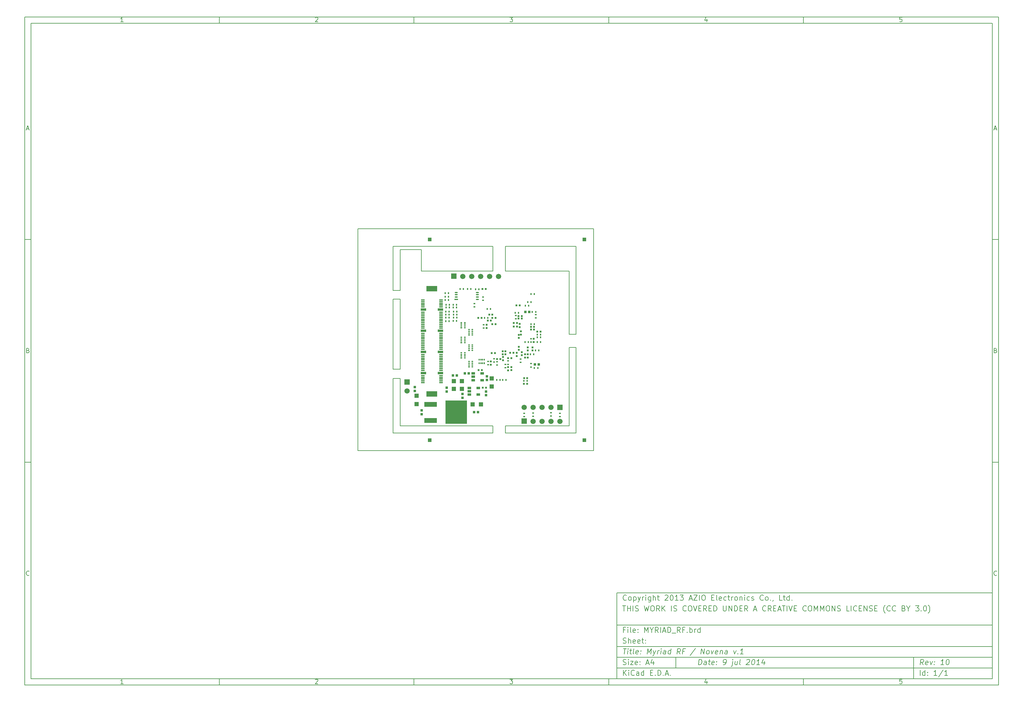
<source format=gbp>
G04 (created by PCBNEW (2013-07-07 BZR 4022)-stable) date 09/07/2014 14:33:10*
%MOIN*%
G04 Gerber Fmt 3.4, Leading zero omitted, Abs format*
%FSLAX34Y34*%
G01*
G70*
G90*
G04 APERTURE LIST*
%ADD10C,0.00590551*%
%ADD11C,0.0077*%
%ADD12R,0.0392X0.0392*%
%ADD13R,0.051X0.0472*%
%ADD14R,0.0472X0.051*%
%ADD15R,0.0175X0.0195*%
%ADD16R,0.0195X0.0175*%
%ADD17R,0.0275X0.0314*%
%ADD18R,0.0314X0.0275*%
%ADD19R,0.0195X0.0195*%
%ADD20R,0.1417X0.055*%
%ADD21R,0.244X0.2598*%
%ADD22R,0.0389X0.0271*%
%ADD23O,0.0235X0.0117*%
%ADD24R,0.0235X0.0117*%
%ADD25O,0.0117X0.0235*%
%ADD26R,0.0117X0.0235*%
%ADD27R,0.0597X0.0597*%
%ADD28C,0.0597*%
%ADD29R,0.0394X0.0138*%
%ADD30O,0.0394X0.0138*%
%ADD31O,0.0394X0.0137*%
%ADD32C,0.0590551*%
%ADD33R,0.0590551X0.0590551*%
%ADD34R,0.0432X0.0117*%
%ADD35R,0.0589X0.0275*%
%ADD36R,0.122X0.0629*%
%ADD37R,0.0433X0.0118*%
G04 APERTURE END LIST*
G54D10*
X4000Y-4000D02*
X112930Y-4000D01*
X112930Y-78680D01*
X4000Y-78680D01*
X4000Y-4000D01*
X4700Y-4700D02*
X112230Y-4700D01*
X112230Y-77980D01*
X4700Y-77980D01*
X4700Y-4700D01*
X25780Y-4000D02*
X25780Y-4700D01*
X15032Y-4552D02*
X14747Y-4552D01*
X14890Y-4552D02*
X14890Y-4052D01*
X14842Y-4123D01*
X14794Y-4171D01*
X14747Y-4195D01*
X25780Y-78680D02*
X25780Y-77980D01*
X15032Y-78532D02*
X14747Y-78532D01*
X14890Y-78532D02*
X14890Y-78032D01*
X14842Y-78103D01*
X14794Y-78151D01*
X14747Y-78175D01*
X47560Y-4000D02*
X47560Y-4700D01*
X36527Y-4100D02*
X36550Y-4076D01*
X36598Y-4052D01*
X36717Y-4052D01*
X36765Y-4076D01*
X36789Y-4100D01*
X36812Y-4147D01*
X36812Y-4195D01*
X36789Y-4266D01*
X36503Y-4552D01*
X36812Y-4552D01*
X47560Y-78680D02*
X47560Y-77980D01*
X36527Y-78080D02*
X36550Y-78056D01*
X36598Y-78032D01*
X36717Y-78032D01*
X36765Y-78056D01*
X36789Y-78080D01*
X36812Y-78127D01*
X36812Y-78175D01*
X36789Y-78246D01*
X36503Y-78532D01*
X36812Y-78532D01*
X69340Y-4000D02*
X69340Y-4700D01*
X58283Y-4052D02*
X58592Y-4052D01*
X58426Y-4242D01*
X58497Y-4242D01*
X58545Y-4266D01*
X58569Y-4290D01*
X58592Y-4338D01*
X58592Y-4457D01*
X58569Y-4504D01*
X58545Y-4528D01*
X58497Y-4552D01*
X58354Y-4552D01*
X58307Y-4528D01*
X58283Y-4504D01*
X69340Y-78680D02*
X69340Y-77980D01*
X58283Y-78032D02*
X58592Y-78032D01*
X58426Y-78222D01*
X58497Y-78222D01*
X58545Y-78246D01*
X58569Y-78270D01*
X58592Y-78318D01*
X58592Y-78437D01*
X58569Y-78484D01*
X58545Y-78508D01*
X58497Y-78532D01*
X58354Y-78532D01*
X58307Y-78508D01*
X58283Y-78484D01*
X91120Y-4000D02*
X91120Y-4700D01*
X80325Y-4219D02*
X80325Y-4552D01*
X80206Y-4028D02*
X80087Y-4385D01*
X80396Y-4385D01*
X91120Y-78680D02*
X91120Y-77980D01*
X80325Y-78199D02*
X80325Y-78532D01*
X80206Y-78008D02*
X80087Y-78365D01*
X80396Y-78365D01*
X102129Y-4052D02*
X101890Y-4052D01*
X101867Y-4290D01*
X101890Y-4266D01*
X101938Y-4242D01*
X102057Y-4242D01*
X102105Y-4266D01*
X102129Y-4290D01*
X102152Y-4338D01*
X102152Y-4457D01*
X102129Y-4504D01*
X102105Y-4528D01*
X102057Y-4552D01*
X101938Y-4552D01*
X101890Y-4528D01*
X101867Y-4504D01*
X102129Y-78032D02*
X101890Y-78032D01*
X101867Y-78270D01*
X101890Y-78246D01*
X101938Y-78222D01*
X102057Y-78222D01*
X102105Y-78246D01*
X102129Y-78270D01*
X102152Y-78318D01*
X102152Y-78437D01*
X102129Y-78484D01*
X102105Y-78508D01*
X102057Y-78532D01*
X101938Y-78532D01*
X101890Y-78508D01*
X101867Y-78484D01*
X4000Y-28890D02*
X4700Y-28890D01*
X4230Y-16509D02*
X4469Y-16509D01*
X4183Y-16652D02*
X4350Y-16152D01*
X4516Y-16652D01*
X112930Y-28890D02*
X112230Y-28890D01*
X112460Y-16509D02*
X112699Y-16509D01*
X112413Y-16652D02*
X112580Y-16152D01*
X112746Y-16652D01*
X4000Y-53780D02*
X4700Y-53780D01*
X4385Y-41280D02*
X4457Y-41304D01*
X4480Y-41328D01*
X4504Y-41375D01*
X4504Y-41447D01*
X4480Y-41494D01*
X4457Y-41518D01*
X4409Y-41542D01*
X4219Y-41542D01*
X4219Y-41042D01*
X4385Y-41042D01*
X4433Y-41066D01*
X4457Y-41090D01*
X4480Y-41137D01*
X4480Y-41185D01*
X4457Y-41232D01*
X4433Y-41256D01*
X4385Y-41280D01*
X4219Y-41280D01*
X112930Y-53780D02*
X112230Y-53780D01*
X112615Y-41280D02*
X112687Y-41304D01*
X112710Y-41328D01*
X112734Y-41375D01*
X112734Y-41447D01*
X112710Y-41494D01*
X112687Y-41518D01*
X112639Y-41542D01*
X112449Y-41542D01*
X112449Y-41042D01*
X112615Y-41042D01*
X112663Y-41066D01*
X112687Y-41090D01*
X112710Y-41137D01*
X112710Y-41185D01*
X112687Y-41232D01*
X112663Y-41256D01*
X112615Y-41280D01*
X112449Y-41280D01*
X4504Y-66384D02*
X4480Y-66408D01*
X4409Y-66432D01*
X4361Y-66432D01*
X4290Y-66408D01*
X4242Y-66360D01*
X4219Y-66313D01*
X4195Y-66218D01*
X4195Y-66146D01*
X4219Y-66051D01*
X4242Y-66003D01*
X4290Y-65956D01*
X4361Y-65932D01*
X4409Y-65932D01*
X4480Y-65956D01*
X4504Y-65980D01*
X112734Y-66384D02*
X112710Y-66408D01*
X112639Y-66432D01*
X112591Y-66432D01*
X112520Y-66408D01*
X112472Y-66360D01*
X112449Y-66313D01*
X112425Y-66218D01*
X112425Y-66146D01*
X112449Y-66051D01*
X112472Y-66003D01*
X112520Y-65956D01*
X112591Y-65932D01*
X112639Y-65932D01*
X112710Y-65956D01*
X112734Y-65980D01*
X79380Y-76422D02*
X79455Y-75822D01*
X79597Y-75822D01*
X79680Y-75851D01*
X79730Y-75908D01*
X79751Y-75965D01*
X79765Y-76080D01*
X79755Y-76165D01*
X79712Y-76280D01*
X79676Y-76337D01*
X79612Y-76394D01*
X79522Y-76422D01*
X79380Y-76422D01*
X80237Y-76422D02*
X80276Y-76108D01*
X80255Y-76051D01*
X80201Y-76022D01*
X80087Y-76022D01*
X80026Y-76051D01*
X80240Y-76394D02*
X80180Y-76422D01*
X80037Y-76422D01*
X79983Y-76394D01*
X79962Y-76337D01*
X79969Y-76280D01*
X80005Y-76222D01*
X80065Y-76194D01*
X80208Y-76194D01*
X80269Y-76165D01*
X80487Y-76022D02*
X80715Y-76022D01*
X80597Y-75822D02*
X80533Y-76337D01*
X80555Y-76394D01*
X80608Y-76422D01*
X80665Y-76422D01*
X81097Y-76394D02*
X81037Y-76422D01*
X80922Y-76422D01*
X80869Y-76394D01*
X80847Y-76337D01*
X80876Y-76108D01*
X80912Y-76051D01*
X80972Y-76022D01*
X81087Y-76022D01*
X81140Y-76051D01*
X81162Y-76108D01*
X81155Y-76165D01*
X80862Y-76222D01*
X81387Y-76365D02*
X81412Y-76394D01*
X81380Y-76422D01*
X81355Y-76394D01*
X81387Y-76365D01*
X81380Y-76422D01*
X81426Y-76051D02*
X81451Y-76080D01*
X81419Y-76108D01*
X81394Y-76080D01*
X81426Y-76051D01*
X81419Y-76108D01*
X82151Y-76422D02*
X82265Y-76422D01*
X82326Y-76394D01*
X82358Y-76365D01*
X82426Y-76280D01*
X82469Y-76165D01*
X82497Y-75937D01*
X82476Y-75880D01*
X82451Y-75851D01*
X82397Y-75822D01*
X82283Y-75822D01*
X82222Y-75851D01*
X82190Y-75880D01*
X82155Y-75937D01*
X82137Y-76080D01*
X82158Y-76137D01*
X82183Y-76165D01*
X82237Y-76194D01*
X82351Y-76194D01*
X82412Y-76165D01*
X82444Y-76137D01*
X82480Y-76080D01*
X83201Y-76022D02*
X83137Y-76537D01*
X83101Y-76594D01*
X83040Y-76622D01*
X83012Y-76622D01*
X83226Y-75822D02*
X83194Y-75851D01*
X83219Y-75880D01*
X83251Y-75851D01*
X83226Y-75822D01*
X83219Y-75880D01*
X83744Y-76022D02*
X83694Y-76422D01*
X83487Y-76022D02*
X83447Y-76337D01*
X83469Y-76394D01*
X83522Y-76422D01*
X83608Y-76422D01*
X83669Y-76394D01*
X83701Y-76365D01*
X84065Y-76422D02*
X84012Y-76394D01*
X83990Y-76337D01*
X84055Y-75822D01*
X84790Y-75880D02*
X84822Y-75851D01*
X84883Y-75822D01*
X85026Y-75822D01*
X85080Y-75851D01*
X85105Y-75880D01*
X85126Y-75937D01*
X85119Y-75994D01*
X85080Y-76080D01*
X84694Y-76422D01*
X85065Y-76422D01*
X85512Y-75822D02*
X85569Y-75822D01*
X85622Y-75851D01*
X85647Y-75880D01*
X85669Y-75937D01*
X85683Y-76051D01*
X85665Y-76194D01*
X85622Y-76308D01*
X85587Y-76365D01*
X85555Y-76394D01*
X85494Y-76422D01*
X85437Y-76422D01*
X85383Y-76394D01*
X85358Y-76365D01*
X85337Y-76308D01*
X85322Y-76194D01*
X85340Y-76051D01*
X85383Y-75937D01*
X85419Y-75880D01*
X85451Y-75851D01*
X85512Y-75822D01*
X86208Y-76422D02*
X85865Y-76422D01*
X86037Y-76422D02*
X86112Y-75822D01*
X86044Y-75908D01*
X85980Y-75965D01*
X85919Y-75994D01*
X86772Y-76022D02*
X86722Y-76422D01*
X86658Y-75794D02*
X86462Y-76222D01*
X86833Y-76222D01*
X70972Y-77622D02*
X70972Y-77022D01*
X71315Y-77622D02*
X71058Y-77280D01*
X71315Y-77022D02*
X70972Y-77365D01*
X71572Y-77622D02*
X71572Y-77222D01*
X71572Y-77022D02*
X71544Y-77051D01*
X71572Y-77080D01*
X71601Y-77051D01*
X71572Y-77022D01*
X71572Y-77080D01*
X72201Y-77565D02*
X72172Y-77594D01*
X72087Y-77622D01*
X72030Y-77622D01*
X71944Y-77594D01*
X71887Y-77537D01*
X71858Y-77480D01*
X71830Y-77365D01*
X71830Y-77280D01*
X71858Y-77165D01*
X71887Y-77108D01*
X71944Y-77051D01*
X72030Y-77022D01*
X72087Y-77022D01*
X72172Y-77051D01*
X72201Y-77080D01*
X72715Y-77622D02*
X72715Y-77308D01*
X72687Y-77251D01*
X72630Y-77222D01*
X72515Y-77222D01*
X72458Y-77251D01*
X72715Y-77594D02*
X72658Y-77622D01*
X72515Y-77622D01*
X72458Y-77594D01*
X72430Y-77537D01*
X72430Y-77480D01*
X72458Y-77422D01*
X72515Y-77394D01*
X72658Y-77394D01*
X72715Y-77365D01*
X73258Y-77622D02*
X73258Y-77022D01*
X73258Y-77594D02*
X73201Y-77622D01*
X73087Y-77622D01*
X73030Y-77594D01*
X73001Y-77565D01*
X72972Y-77508D01*
X72972Y-77337D01*
X73001Y-77280D01*
X73030Y-77251D01*
X73087Y-77222D01*
X73201Y-77222D01*
X73258Y-77251D01*
X74001Y-77308D02*
X74201Y-77308D01*
X74287Y-77622D02*
X74001Y-77622D01*
X74001Y-77022D01*
X74287Y-77022D01*
X74544Y-77565D02*
X74572Y-77594D01*
X74544Y-77622D01*
X74515Y-77594D01*
X74544Y-77565D01*
X74544Y-77622D01*
X74829Y-77622D02*
X74829Y-77022D01*
X74972Y-77022D01*
X75058Y-77051D01*
X75115Y-77108D01*
X75144Y-77165D01*
X75172Y-77280D01*
X75172Y-77365D01*
X75144Y-77480D01*
X75115Y-77537D01*
X75058Y-77594D01*
X74972Y-77622D01*
X74829Y-77622D01*
X75429Y-77565D02*
X75458Y-77594D01*
X75429Y-77622D01*
X75401Y-77594D01*
X75429Y-77565D01*
X75429Y-77622D01*
X75687Y-77451D02*
X75972Y-77451D01*
X75629Y-77622D02*
X75829Y-77022D01*
X76029Y-77622D01*
X76229Y-77565D02*
X76258Y-77594D01*
X76229Y-77622D01*
X76201Y-77594D01*
X76229Y-77565D01*
X76229Y-77622D01*
X104522Y-76422D02*
X104358Y-76137D01*
X104180Y-76422D02*
X104255Y-75822D01*
X104483Y-75822D01*
X104537Y-75851D01*
X104562Y-75880D01*
X104583Y-75937D01*
X104572Y-76022D01*
X104537Y-76080D01*
X104505Y-76108D01*
X104444Y-76137D01*
X104215Y-76137D01*
X105012Y-76394D02*
X104951Y-76422D01*
X104837Y-76422D01*
X104783Y-76394D01*
X104762Y-76337D01*
X104790Y-76108D01*
X104826Y-76051D01*
X104887Y-76022D01*
X105001Y-76022D01*
X105055Y-76051D01*
X105076Y-76108D01*
X105069Y-76165D01*
X104776Y-76222D01*
X105287Y-76022D02*
X105380Y-76422D01*
X105572Y-76022D01*
X105758Y-76365D02*
X105783Y-76394D01*
X105751Y-76422D01*
X105726Y-76394D01*
X105758Y-76365D01*
X105751Y-76422D01*
X105797Y-76051D02*
X105822Y-76080D01*
X105790Y-76108D01*
X105765Y-76080D01*
X105797Y-76051D01*
X105790Y-76108D01*
X106808Y-76422D02*
X106465Y-76422D01*
X106637Y-76422D02*
X106712Y-75822D01*
X106644Y-75908D01*
X106580Y-75965D01*
X106519Y-75994D01*
X107255Y-75822D02*
X107312Y-75822D01*
X107365Y-75851D01*
X107390Y-75880D01*
X107412Y-75937D01*
X107426Y-76051D01*
X107408Y-76194D01*
X107365Y-76308D01*
X107330Y-76365D01*
X107297Y-76394D01*
X107237Y-76422D01*
X107180Y-76422D01*
X107126Y-76394D01*
X107101Y-76365D01*
X107080Y-76308D01*
X107065Y-76194D01*
X107083Y-76051D01*
X107126Y-75937D01*
X107162Y-75880D01*
X107194Y-75851D01*
X107255Y-75822D01*
X70944Y-76394D02*
X71030Y-76422D01*
X71172Y-76422D01*
X71230Y-76394D01*
X71258Y-76365D01*
X71287Y-76308D01*
X71287Y-76251D01*
X71258Y-76194D01*
X71230Y-76165D01*
X71172Y-76137D01*
X71058Y-76108D01*
X71001Y-76080D01*
X70972Y-76051D01*
X70944Y-75994D01*
X70944Y-75937D01*
X70972Y-75880D01*
X71001Y-75851D01*
X71058Y-75822D01*
X71201Y-75822D01*
X71287Y-75851D01*
X71544Y-76422D02*
X71544Y-76022D01*
X71544Y-75822D02*
X71515Y-75851D01*
X71544Y-75880D01*
X71572Y-75851D01*
X71544Y-75822D01*
X71544Y-75880D01*
X71772Y-76022D02*
X72087Y-76022D01*
X71772Y-76422D01*
X72087Y-76422D01*
X72544Y-76394D02*
X72487Y-76422D01*
X72372Y-76422D01*
X72315Y-76394D01*
X72287Y-76337D01*
X72287Y-76108D01*
X72315Y-76051D01*
X72372Y-76022D01*
X72487Y-76022D01*
X72544Y-76051D01*
X72572Y-76108D01*
X72572Y-76165D01*
X72287Y-76222D01*
X72830Y-76365D02*
X72858Y-76394D01*
X72830Y-76422D01*
X72801Y-76394D01*
X72830Y-76365D01*
X72830Y-76422D01*
X72830Y-76051D02*
X72858Y-76080D01*
X72830Y-76108D01*
X72801Y-76080D01*
X72830Y-76051D01*
X72830Y-76108D01*
X73544Y-76251D02*
X73830Y-76251D01*
X73487Y-76422D02*
X73687Y-75822D01*
X73887Y-76422D01*
X74344Y-76022D02*
X74344Y-76422D01*
X74201Y-75794D02*
X74058Y-76222D01*
X74430Y-76222D01*
X104172Y-77622D02*
X104172Y-77022D01*
X104715Y-77622D02*
X104715Y-77022D01*
X104715Y-77594D02*
X104658Y-77622D01*
X104544Y-77622D01*
X104487Y-77594D01*
X104458Y-77565D01*
X104430Y-77508D01*
X104430Y-77337D01*
X104458Y-77280D01*
X104487Y-77251D01*
X104544Y-77222D01*
X104658Y-77222D01*
X104715Y-77251D01*
X105001Y-77565D02*
X105030Y-77594D01*
X105001Y-77622D01*
X104972Y-77594D01*
X105001Y-77565D01*
X105001Y-77622D01*
X105001Y-77251D02*
X105030Y-77280D01*
X105001Y-77308D01*
X104972Y-77280D01*
X105001Y-77251D01*
X105001Y-77308D01*
X106058Y-77622D02*
X105715Y-77622D01*
X105887Y-77622D02*
X105887Y-77022D01*
X105829Y-77108D01*
X105772Y-77165D01*
X105715Y-77194D01*
X106744Y-76994D02*
X106230Y-77765D01*
X107258Y-77622D02*
X106915Y-77622D01*
X107087Y-77622D02*
X107087Y-77022D01*
X107029Y-77108D01*
X106972Y-77165D01*
X106915Y-77194D01*
X70969Y-74622D02*
X71312Y-74622D01*
X71065Y-75222D02*
X71140Y-74622D01*
X71437Y-75222D02*
X71487Y-74822D01*
X71512Y-74622D02*
X71480Y-74651D01*
X71505Y-74680D01*
X71537Y-74651D01*
X71512Y-74622D01*
X71505Y-74680D01*
X71687Y-74822D02*
X71915Y-74822D01*
X71797Y-74622D02*
X71733Y-75137D01*
X71755Y-75194D01*
X71808Y-75222D01*
X71865Y-75222D01*
X72151Y-75222D02*
X72097Y-75194D01*
X72076Y-75137D01*
X72140Y-74622D01*
X72612Y-75194D02*
X72551Y-75222D01*
X72437Y-75222D01*
X72383Y-75194D01*
X72362Y-75137D01*
X72390Y-74908D01*
X72426Y-74851D01*
X72487Y-74822D01*
X72601Y-74822D01*
X72655Y-74851D01*
X72676Y-74908D01*
X72669Y-74965D01*
X72376Y-75022D01*
X72901Y-75165D02*
X72926Y-75194D01*
X72894Y-75222D01*
X72869Y-75194D01*
X72901Y-75165D01*
X72894Y-75222D01*
X72940Y-74851D02*
X72965Y-74880D01*
X72933Y-74908D01*
X72908Y-74880D01*
X72940Y-74851D01*
X72933Y-74908D01*
X73637Y-75222D02*
X73712Y-74622D01*
X73858Y-75051D01*
X74112Y-74622D01*
X74037Y-75222D01*
X74315Y-74822D02*
X74408Y-75222D01*
X74601Y-74822D02*
X74408Y-75222D01*
X74333Y-75365D01*
X74301Y-75394D01*
X74240Y-75422D01*
X74780Y-75222D02*
X74830Y-74822D01*
X74815Y-74937D02*
X74851Y-74880D01*
X74883Y-74851D01*
X74944Y-74822D01*
X75001Y-74822D01*
X75151Y-75222D02*
X75201Y-74822D01*
X75226Y-74622D02*
X75194Y-74651D01*
X75219Y-74680D01*
X75251Y-74651D01*
X75226Y-74622D01*
X75219Y-74680D01*
X75694Y-75222D02*
X75733Y-74908D01*
X75712Y-74851D01*
X75658Y-74822D01*
X75544Y-74822D01*
X75483Y-74851D01*
X75697Y-75194D02*
X75637Y-75222D01*
X75494Y-75222D01*
X75440Y-75194D01*
X75419Y-75137D01*
X75426Y-75080D01*
X75462Y-75022D01*
X75522Y-74994D01*
X75665Y-74994D01*
X75726Y-74965D01*
X76237Y-75222D02*
X76312Y-74622D01*
X76240Y-75194D02*
X76180Y-75222D01*
X76065Y-75222D01*
X76012Y-75194D01*
X75987Y-75165D01*
X75965Y-75108D01*
X75987Y-74937D01*
X76022Y-74880D01*
X76055Y-74851D01*
X76115Y-74822D01*
X76230Y-74822D01*
X76283Y-74851D01*
X77322Y-75222D02*
X77158Y-74937D01*
X76980Y-75222D02*
X77055Y-74622D01*
X77283Y-74622D01*
X77337Y-74651D01*
X77362Y-74680D01*
X77383Y-74737D01*
X77372Y-74822D01*
X77337Y-74880D01*
X77305Y-74908D01*
X77244Y-74937D01*
X77015Y-74937D01*
X77819Y-74908D02*
X77619Y-74908D01*
X77580Y-75222D02*
X77655Y-74622D01*
X77940Y-74622D01*
X79058Y-74594D02*
X78447Y-75365D01*
X79637Y-75222D02*
X79712Y-74622D01*
X79980Y-75222D01*
X80055Y-74622D01*
X80351Y-75222D02*
X80297Y-75194D01*
X80272Y-75165D01*
X80251Y-75108D01*
X80272Y-74937D01*
X80308Y-74880D01*
X80340Y-74851D01*
X80401Y-74822D01*
X80487Y-74822D01*
X80540Y-74851D01*
X80565Y-74880D01*
X80587Y-74937D01*
X80565Y-75108D01*
X80530Y-75165D01*
X80497Y-75194D01*
X80437Y-75222D01*
X80351Y-75222D01*
X80801Y-74822D02*
X80894Y-75222D01*
X81087Y-74822D01*
X81497Y-75194D02*
X81437Y-75222D01*
X81322Y-75222D01*
X81269Y-75194D01*
X81247Y-75137D01*
X81276Y-74908D01*
X81312Y-74851D01*
X81372Y-74822D01*
X81487Y-74822D01*
X81540Y-74851D01*
X81562Y-74908D01*
X81555Y-74965D01*
X81262Y-75022D01*
X81830Y-74822D02*
X81780Y-75222D01*
X81822Y-74880D02*
X81855Y-74851D01*
X81915Y-74822D01*
X82001Y-74822D01*
X82055Y-74851D01*
X82076Y-74908D01*
X82037Y-75222D01*
X82580Y-75222D02*
X82619Y-74908D01*
X82597Y-74851D01*
X82544Y-74822D01*
X82430Y-74822D01*
X82369Y-74851D01*
X82583Y-75194D02*
X82522Y-75222D01*
X82380Y-75222D01*
X82326Y-75194D01*
X82305Y-75137D01*
X82312Y-75080D01*
X82347Y-75022D01*
X82408Y-74994D01*
X82551Y-74994D01*
X82612Y-74965D01*
X83315Y-74822D02*
X83408Y-75222D01*
X83601Y-74822D01*
X83787Y-75165D02*
X83812Y-75194D01*
X83780Y-75222D01*
X83755Y-75194D01*
X83787Y-75165D01*
X83780Y-75222D01*
X84380Y-75222D02*
X84037Y-75222D01*
X84208Y-75222D02*
X84283Y-74622D01*
X84215Y-74708D01*
X84151Y-74765D01*
X84090Y-74794D01*
X71172Y-72508D02*
X70972Y-72508D01*
X70972Y-72822D02*
X70972Y-72222D01*
X71258Y-72222D01*
X71487Y-72822D02*
X71487Y-72422D01*
X71487Y-72222D02*
X71458Y-72251D01*
X71487Y-72280D01*
X71515Y-72251D01*
X71487Y-72222D01*
X71487Y-72280D01*
X71858Y-72822D02*
X71801Y-72794D01*
X71772Y-72737D01*
X71772Y-72222D01*
X72315Y-72794D02*
X72258Y-72822D01*
X72144Y-72822D01*
X72087Y-72794D01*
X72058Y-72737D01*
X72058Y-72508D01*
X72087Y-72451D01*
X72144Y-72422D01*
X72258Y-72422D01*
X72315Y-72451D01*
X72344Y-72508D01*
X72344Y-72565D01*
X72058Y-72622D01*
X72601Y-72765D02*
X72630Y-72794D01*
X72601Y-72822D01*
X72572Y-72794D01*
X72601Y-72765D01*
X72601Y-72822D01*
X72601Y-72451D02*
X72630Y-72480D01*
X72601Y-72508D01*
X72572Y-72480D01*
X72601Y-72451D01*
X72601Y-72508D01*
X73344Y-72822D02*
X73344Y-72222D01*
X73544Y-72651D01*
X73744Y-72222D01*
X73744Y-72822D01*
X74144Y-72537D02*
X74144Y-72822D01*
X73944Y-72222D02*
X74144Y-72537D01*
X74344Y-72222D01*
X74887Y-72822D02*
X74687Y-72537D01*
X74544Y-72822D02*
X74544Y-72222D01*
X74772Y-72222D01*
X74830Y-72251D01*
X74858Y-72280D01*
X74887Y-72337D01*
X74887Y-72422D01*
X74858Y-72480D01*
X74830Y-72508D01*
X74772Y-72537D01*
X74544Y-72537D01*
X75144Y-72822D02*
X75144Y-72222D01*
X75401Y-72651D02*
X75687Y-72651D01*
X75344Y-72822D02*
X75544Y-72222D01*
X75744Y-72822D01*
X75944Y-72822D02*
X75944Y-72222D01*
X76087Y-72222D01*
X76172Y-72251D01*
X76230Y-72308D01*
X76258Y-72365D01*
X76287Y-72480D01*
X76287Y-72565D01*
X76258Y-72680D01*
X76230Y-72737D01*
X76172Y-72794D01*
X76087Y-72822D01*
X75944Y-72822D01*
X76401Y-72880D02*
X76858Y-72880D01*
X77344Y-72822D02*
X77144Y-72537D01*
X77001Y-72822D02*
X77001Y-72222D01*
X77230Y-72222D01*
X77287Y-72251D01*
X77315Y-72280D01*
X77344Y-72337D01*
X77344Y-72422D01*
X77315Y-72480D01*
X77287Y-72508D01*
X77230Y-72537D01*
X77001Y-72537D01*
X77801Y-72508D02*
X77601Y-72508D01*
X77601Y-72822D02*
X77601Y-72222D01*
X77887Y-72222D01*
X78115Y-72765D02*
X78144Y-72794D01*
X78115Y-72822D01*
X78087Y-72794D01*
X78115Y-72765D01*
X78115Y-72822D01*
X78401Y-72822D02*
X78401Y-72222D01*
X78401Y-72451D02*
X78458Y-72422D01*
X78572Y-72422D01*
X78630Y-72451D01*
X78658Y-72480D01*
X78687Y-72537D01*
X78687Y-72708D01*
X78658Y-72765D01*
X78630Y-72794D01*
X78572Y-72822D01*
X78458Y-72822D01*
X78401Y-72794D01*
X78944Y-72822D02*
X78944Y-72422D01*
X78944Y-72537D02*
X78972Y-72480D01*
X79001Y-72451D01*
X79058Y-72422D01*
X79115Y-72422D01*
X79572Y-72822D02*
X79572Y-72222D01*
X79572Y-72794D02*
X79515Y-72822D01*
X79401Y-72822D01*
X79344Y-72794D01*
X79315Y-72765D01*
X79287Y-72708D01*
X79287Y-72537D01*
X79315Y-72480D01*
X79344Y-72451D01*
X79401Y-72422D01*
X79515Y-72422D01*
X79572Y-72451D01*
X70944Y-73994D02*
X71030Y-74022D01*
X71172Y-74022D01*
X71230Y-73994D01*
X71258Y-73965D01*
X71287Y-73908D01*
X71287Y-73851D01*
X71258Y-73794D01*
X71230Y-73765D01*
X71172Y-73737D01*
X71058Y-73708D01*
X71001Y-73680D01*
X70972Y-73651D01*
X70944Y-73594D01*
X70944Y-73537D01*
X70972Y-73480D01*
X71001Y-73451D01*
X71058Y-73422D01*
X71201Y-73422D01*
X71287Y-73451D01*
X71544Y-74022D02*
X71544Y-73422D01*
X71801Y-74022D02*
X71801Y-73708D01*
X71772Y-73651D01*
X71715Y-73622D01*
X71630Y-73622D01*
X71572Y-73651D01*
X71544Y-73680D01*
X72315Y-73994D02*
X72258Y-74022D01*
X72144Y-74022D01*
X72087Y-73994D01*
X72058Y-73937D01*
X72058Y-73708D01*
X72087Y-73651D01*
X72144Y-73622D01*
X72258Y-73622D01*
X72315Y-73651D01*
X72344Y-73708D01*
X72344Y-73765D01*
X72058Y-73822D01*
X72830Y-73994D02*
X72772Y-74022D01*
X72658Y-74022D01*
X72601Y-73994D01*
X72572Y-73937D01*
X72572Y-73708D01*
X72601Y-73651D01*
X72658Y-73622D01*
X72772Y-73622D01*
X72830Y-73651D01*
X72858Y-73708D01*
X72858Y-73765D01*
X72572Y-73822D01*
X73030Y-73622D02*
X73258Y-73622D01*
X73115Y-73422D02*
X73115Y-73937D01*
X73144Y-73994D01*
X73201Y-74022D01*
X73258Y-74022D01*
X73458Y-73965D02*
X73487Y-73994D01*
X73458Y-74022D01*
X73430Y-73994D01*
X73458Y-73965D01*
X73458Y-74022D01*
X73458Y-73651D02*
X73487Y-73680D01*
X73458Y-73708D01*
X73430Y-73680D01*
X73458Y-73651D01*
X73458Y-73708D01*
X70887Y-69822D02*
X71230Y-69822D01*
X71058Y-70422D02*
X71058Y-69822D01*
X71430Y-70422D02*
X71430Y-69822D01*
X71430Y-70108D02*
X71772Y-70108D01*
X71772Y-70422D02*
X71772Y-69822D01*
X72058Y-70422D02*
X72058Y-69822D01*
X72315Y-70394D02*
X72401Y-70422D01*
X72544Y-70422D01*
X72601Y-70394D01*
X72629Y-70365D01*
X72658Y-70308D01*
X72658Y-70251D01*
X72629Y-70194D01*
X72601Y-70165D01*
X72544Y-70137D01*
X72429Y-70108D01*
X72372Y-70080D01*
X72344Y-70051D01*
X72315Y-69994D01*
X72315Y-69937D01*
X72344Y-69880D01*
X72372Y-69851D01*
X72429Y-69822D01*
X72572Y-69822D01*
X72658Y-69851D01*
X73315Y-69822D02*
X73458Y-70422D01*
X73572Y-69994D01*
X73687Y-70422D01*
X73830Y-69822D01*
X74172Y-69822D02*
X74287Y-69822D01*
X74344Y-69851D01*
X74401Y-69908D01*
X74430Y-70022D01*
X74430Y-70222D01*
X74401Y-70337D01*
X74344Y-70394D01*
X74287Y-70422D01*
X74172Y-70422D01*
X74115Y-70394D01*
X74058Y-70337D01*
X74030Y-70222D01*
X74030Y-70022D01*
X74058Y-69908D01*
X74115Y-69851D01*
X74172Y-69822D01*
X75029Y-70422D02*
X74829Y-70137D01*
X74687Y-70422D02*
X74687Y-69822D01*
X74915Y-69822D01*
X74972Y-69851D01*
X75001Y-69880D01*
X75029Y-69937D01*
X75029Y-70022D01*
X75001Y-70080D01*
X74972Y-70108D01*
X74915Y-70137D01*
X74687Y-70137D01*
X75287Y-70422D02*
X75287Y-69822D01*
X75629Y-70422D02*
X75372Y-70080D01*
X75629Y-69822D02*
X75287Y-70165D01*
X76344Y-70422D02*
X76344Y-69822D01*
X76601Y-70394D02*
X76687Y-70422D01*
X76829Y-70422D01*
X76887Y-70394D01*
X76915Y-70365D01*
X76944Y-70308D01*
X76944Y-70251D01*
X76915Y-70194D01*
X76887Y-70165D01*
X76829Y-70137D01*
X76715Y-70108D01*
X76658Y-70080D01*
X76629Y-70051D01*
X76601Y-69994D01*
X76601Y-69937D01*
X76629Y-69880D01*
X76658Y-69851D01*
X76715Y-69822D01*
X76858Y-69822D01*
X76944Y-69851D01*
X78001Y-70365D02*
X77972Y-70394D01*
X77887Y-70422D01*
X77830Y-70422D01*
X77744Y-70394D01*
X77687Y-70337D01*
X77658Y-70280D01*
X77630Y-70165D01*
X77630Y-70080D01*
X77658Y-69965D01*
X77687Y-69908D01*
X77744Y-69851D01*
X77830Y-69822D01*
X77887Y-69822D01*
X77972Y-69851D01*
X78001Y-69880D01*
X78372Y-69822D02*
X78487Y-69822D01*
X78544Y-69851D01*
X78601Y-69908D01*
X78630Y-70022D01*
X78630Y-70222D01*
X78601Y-70337D01*
X78544Y-70394D01*
X78487Y-70422D01*
X78372Y-70422D01*
X78315Y-70394D01*
X78258Y-70337D01*
X78230Y-70222D01*
X78230Y-70022D01*
X78258Y-69908D01*
X78315Y-69851D01*
X78372Y-69822D01*
X78801Y-69822D02*
X79001Y-70422D01*
X79201Y-69822D01*
X79401Y-70108D02*
X79601Y-70108D01*
X79687Y-70422D02*
X79401Y-70422D01*
X79401Y-69822D01*
X79687Y-69822D01*
X80287Y-70422D02*
X80087Y-70137D01*
X79944Y-70422D02*
X79944Y-69822D01*
X80172Y-69822D01*
X80229Y-69851D01*
X80258Y-69880D01*
X80287Y-69937D01*
X80287Y-70022D01*
X80258Y-70080D01*
X80229Y-70108D01*
X80172Y-70137D01*
X79944Y-70137D01*
X80544Y-70108D02*
X80744Y-70108D01*
X80829Y-70422D02*
X80544Y-70422D01*
X80544Y-69822D01*
X80829Y-69822D01*
X81087Y-70422D02*
X81087Y-69822D01*
X81229Y-69822D01*
X81315Y-69851D01*
X81372Y-69908D01*
X81401Y-69965D01*
X81429Y-70080D01*
X81429Y-70165D01*
X81401Y-70280D01*
X81372Y-70337D01*
X81315Y-70394D01*
X81229Y-70422D01*
X81087Y-70422D01*
X82144Y-69822D02*
X82144Y-70308D01*
X82172Y-70365D01*
X82201Y-70394D01*
X82258Y-70422D01*
X82372Y-70422D01*
X82429Y-70394D01*
X82458Y-70365D01*
X82487Y-70308D01*
X82487Y-69822D01*
X82772Y-70422D02*
X82772Y-69822D01*
X83115Y-70422D01*
X83115Y-69822D01*
X83401Y-70422D02*
X83401Y-69822D01*
X83544Y-69822D01*
X83629Y-69851D01*
X83687Y-69908D01*
X83715Y-69965D01*
X83744Y-70080D01*
X83744Y-70165D01*
X83715Y-70280D01*
X83687Y-70337D01*
X83629Y-70394D01*
X83544Y-70422D01*
X83401Y-70422D01*
X84001Y-70108D02*
X84201Y-70108D01*
X84287Y-70422D02*
X84001Y-70422D01*
X84001Y-69822D01*
X84287Y-69822D01*
X84887Y-70422D02*
X84687Y-70137D01*
X84544Y-70422D02*
X84544Y-69822D01*
X84772Y-69822D01*
X84829Y-69851D01*
X84858Y-69880D01*
X84887Y-69937D01*
X84887Y-70022D01*
X84858Y-70080D01*
X84829Y-70108D01*
X84772Y-70137D01*
X84544Y-70137D01*
X85572Y-70251D02*
X85858Y-70251D01*
X85515Y-70422D02*
X85715Y-69822D01*
X85915Y-70422D01*
X86915Y-70365D02*
X86887Y-70394D01*
X86801Y-70422D01*
X86744Y-70422D01*
X86658Y-70394D01*
X86601Y-70337D01*
X86572Y-70280D01*
X86544Y-70165D01*
X86544Y-70080D01*
X86572Y-69965D01*
X86601Y-69908D01*
X86658Y-69851D01*
X86744Y-69822D01*
X86801Y-69822D01*
X86887Y-69851D01*
X86915Y-69880D01*
X87515Y-70422D02*
X87315Y-70137D01*
X87172Y-70422D02*
X87172Y-69822D01*
X87401Y-69822D01*
X87458Y-69851D01*
X87487Y-69880D01*
X87515Y-69937D01*
X87515Y-70022D01*
X87487Y-70080D01*
X87458Y-70108D01*
X87401Y-70137D01*
X87172Y-70137D01*
X87772Y-70108D02*
X87972Y-70108D01*
X88058Y-70422D02*
X87772Y-70422D01*
X87772Y-69822D01*
X88058Y-69822D01*
X88287Y-70251D02*
X88572Y-70251D01*
X88229Y-70422D02*
X88429Y-69822D01*
X88629Y-70422D01*
X88744Y-69822D02*
X89087Y-69822D01*
X88915Y-70422D02*
X88915Y-69822D01*
X89287Y-70422D02*
X89287Y-69822D01*
X89487Y-69822D02*
X89687Y-70422D01*
X89887Y-69822D01*
X90087Y-70108D02*
X90287Y-70108D01*
X90372Y-70422D02*
X90087Y-70422D01*
X90087Y-69822D01*
X90372Y-69822D01*
X91429Y-70365D02*
X91401Y-70394D01*
X91315Y-70422D01*
X91258Y-70422D01*
X91172Y-70394D01*
X91115Y-70337D01*
X91087Y-70280D01*
X91058Y-70165D01*
X91058Y-70080D01*
X91087Y-69965D01*
X91115Y-69908D01*
X91172Y-69851D01*
X91258Y-69822D01*
X91315Y-69822D01*
X91401Y-69851D01*
X91429Y-69880D01*
X91801Y-69822D02*
X91915Y-69822D01*
X91972Y-69851D01*
X92029Y-69908D01*
X92058Y-70022D01*
X92058Y-70222D01*
X92029Y-70337D01*
X91972Y-70394D01*
X91915Y-70422D01*
X91801Y-70422D01*
X91744Y-70394D01*
X91687Y-70337D01*
X91658Y-70222D01*
X91658Y-70022D01*
X91687Y-69908D01*
X91744Y-69851D01*
X91801Y-69822D01*
X92315Y-70422D02*
X92315Y-69822D01*
X92515Y-70251D01*
X92715Y-69822D01*
X92715Y-70422D01*
X93001Y-70422D02*
X93001Y-69822D01*
X93201Y-70251D01*
X93401Y-69822D01*
X93401Y-70422D01*
X93801Y-69822D02*
X93915Y-69822D01*
X93972Y-69851D01*
X94029Y-69908D01*
X94058Y-70022D01*
X94058Y-70222D01*
X94029Y-70337D01*
X93972Y-70394D01*
X93915Y-70422D01*
X93801Y-70422D01*
X93744Y-70394D01*
X93687Y-70337D01*
X93658Y-70222D01*
X93658Y-70022D01*
X93687Y-69908D01*
X93744Y-69851D01*
X93801Y-69822D01*
X94315Y-70422D02*
X94315Y-69822D01*
X94658Y-70422D01*
X94658Y-69822D01*
X94915Y-70394D02*
X95001Y-70422D01*
X95144Y-70422D01*
X95201Y-70394D01*
X95229Y-70365D01*
X95258Y-70308D01*
X95258Y-70251D01*
X95229Y-70194D01*
X95201Y-70165D01*
X95144Y-70137D01*
X95029Y-70108D01*
X94972Y-70080D01*
X94944Y-70051D01*
X94915Y-69994D01*
X94915Y-69937D01*
X94944Y-69880D01*
X94972Y-69851D01*
X95029Y-69822D01*
X95172Y-69822D01*
X95258Y-69851D01*
X96258Y-70422D02*
X95972Y-70422D01*
X95972Y-69822D01*
X96458Y-70422D02*
X96458Y-69822D01*
X97087Y-70365D02*
X97058Y-70394D01*
X96972Y-70422D01*
X96915Y-70422D01*
X96829Y-70394D01*
X96772Y-70337D01*
X96744Y-70280D01*
X96715Y-70165D01*
X96715Y-70080D01*
X96744Y-69965D01*
X96772Y-69908D01*
X96829Y-69851D01*
X96915Y-69822D01*
X96972Y-69822D01*
X97058Y-69851D01*
X97087Y-69880D01*
X97344Y-70108D02*
X97544Y-70108D01*
X97629Y-70422D02*
X97344Y-70422D01*
X97344Y-69822D01*
X97629Y-69822D01*
X97887Y-70422D02*
X97887Y-69822D01*
X98229Y-70422D01*
X98229Y-69822D01*
X98487Y-70394D02*
X98572Y-70422D01*
X98715Y-70422D01*
X98772Y-70394D01*
X98801Y-70365D01*
X98829Y-70308D01*
X98829Y-70251D01*
X98801Y-70194D01*
X98772Y-70165D01*
X98715Y-70137D01*
X98601Y-70108D01*
X98544Y-70080D01*
X98515Y-70051D01*
X98487Y-69994D01*
X98487Y-69937D01*
X98515Y-69880D01*
X98544Y-69851D01*
X98601Y-69822D01*
X98744Y-69822D01*
X98829Y-69851D01*
X99087Y-70108D02*
X99287Y-70108D01*
X99372Y-70422D02*
X99087Y-70422D01*
X99087Y-69822D01*
X99372Y-69822D01*
X100258Y-70651D02*
X100229Y-70622D01*
X100172Y-70537D01*
X100144Y-70480D01*
X100115Y-70394D01*
X100087Y-70251D01*
X100087Y-70137D01*
X100115Y-69994D01*
X100144Y-69908D01*
X100172Y-69851D01*
X100229Y-69765D01*
X100258Y-69737D01*
X100829Y-70365D02*
X100801Y-70394D01*
X100715Y-70422D01*
X100658Y-70422D01*
X100572Y-70394D01*
X100515Y-70337D01*
X100487Y-70280D01*
X100458Y-70165D01*
X100458Y-70080D01*
X100487Y-69965D01*
X100515Y-69908D01*
X100572Y-69851D01*
X100658Y-69822D01*
X100715Y-69822D01*
X100801Y-69851D01*
X100829Y-69880D01*
X101429Y-70365D02*
X101401Y-70394D01*
X101315Y-70422D01*
X101258Y-70422D01*
X101172Y-70394D01*
X101115Y-70337D01*
X101087Y-70280D01*
X101058Y-70165D01*
X101058Y-70080D01*
X101087Y-69965D01*
X101115Y-69908D01*
X101172Y-69851D01*
X101258Y-69822D01*
X101315Y-69822D01*
X101401Y-69851D01*
X101429Y-69880D01*
X102344Y-70108D02*
X102429Y-70137D01*
X102458Y-70165D01*
X102487Y-70222D01*
X102487Y-70308D01*
X102458Y-70365D01*
X102429Y-70394D01*
X102372Y-70422D01*
X102144Y-70422D01*
X102144Y-69822D01*
X102344Y-69822D01*
X102401Y-69851D01*
X102429Y-69880D01*
X102458Y-69937D01*
X102458Y-69994D01*
X102429Y-70051D01*
X102401Y-70080D01*
X102344Y-70108D01*
X102144Y-70108D01*
X102858Y-70137D02*
X102858Y-70422D01*
X102658Y-69822D02*
X102858Y-70137D01*
X103058Y-69822D01*
X103658Y-69822D02*
X104029Y-69822D01*
X103829Y-70051D01*
X103915Y-70051D01*
X103972Y-70080D01*
X104001Y-70108D01*
X104029Y-70165D01*
X104029Y-70308D01*
X104001Y-70365D01*
X103972Y-70394D01*
X103915Y-70422D01*
X103744Y-70422D01*
X103687Y-70394D01*
X103658Y-70365D01*
X104287Y-70365D02*
X104315Y-70394D01*
X104287Y-70422D01*
X104258Y-70394D01*
X104287Y-70365D01*
X104287Y-70422D01*
X104687Y-69822D02*
X104744Y-69822D01*
X104801Y-69851D01*
X104829Y-69880D01*
X104858Y-69937D01*
X104887Y-70051D01*
X104887Y-70194D01*
X104858Y-70308D01*
X104829Y-70365D01*
X104801Y-70394D01*
X104744Y-70422D01*
X104687Y-70422D01*
X104629Y-70394D01*
X104601Y-70365D01*
X104572Y-70308D01*
X104544Y-70194D01*
X104544Y-70051D01*
X104572Y-69937D01*
X104601Y-69880D01*
X104629Y-69851D01*
X104687Y-69822D01*
X105087Y-70651D02*
X105115Y-70622D01*
X105172Y-70537D01*
X105201Y-70480D01*
X105229Y-70394D01*
X105258Y-70251D01*
X105258Y-70137D01*
X105229Y-69994D01*
X105201Y-69908D01*
X105172Y-69851D01*
X105115Y-69765D01*
X105087Y-69737D01*
X71315Y-69165D02*
X71287Y-69194D01*
X71201Y-69222D01*
X71144Y-69222D01*
X71058Y-69194D01*
X71001Y-69137D01*
X70972Y-69080D01*
X70944Y-68965D01*
X70944Y-68880D01*
X70972Y-68765D01*
X71001Y-68708D01*
X71058Y-68651D01*
X71144Y-68622D01*
X71201Y-68622D01*
X71287Y-68651D01*
X71315Y-68680D01*
X71658Y-69222D02*
X71601Y-69194D01*
X71572Y-69165D01*
X71544Y-69108D01*
X71544Y-68937D01*
X71572Y-68880D01*
X71601Y-68851D01*
X71658Y-68822D01*
X71744Y-68822D01*
X71801Y-68851D01*
X71830Y-68880D01*
X71858Y-68937D01*
X71858Y-69108D01*
X71830Y-69165D01*
X71801Y-69194D01*
X71744Y-69222D01*
X71658Y-69222D01*
X72115Y-68822D02*
X72115Y-69422D01*
X72115Y-68851D02*
X72172Y-68822D01*
X72287Y-68822D01*
X72344Y-68851D01*
X72372Y-68880D01*
X72401Y-68937D01*
X72401Y-69108D01*
X72372Y-69165D01*
X72344Y-69194D01*
X72287Y-69222D01*
X72172Y-69222D01*
X72115Y-69194D01*
X72601Y-68822D02*
X72744Y-69222D01*
X72887Y-68822D02*
X72744Y-69222D01*
X72687Y-69365D01*
X72658Y-69394D01*
X72601Y-69422D01*
X73115Y-69222D02*
X73115Y-68822D01*
X73115Y-68937D02*
X73144Y-68880D01*
X73172Y-68851D01*
X73230Y-68822D01*
X73287Y-68822D01*
X73487Y-69222D02*
X73487Y-68822D01*
X73487Y-68622D02*
X73458Y-68651D01*
X73487Y-68680D01*
X73515Y-68651D01*
X73487Y-68622D01*
X73487Y-68680D01*
X74030Y-68822D02*
X74030Y-69308D01*
X74001Y-69365D01*
X73972Y-69394D01*
X73915Y-69422D01*
X73830Y-69422D01*
X73772Y-69394D01*
X74030Y-69194D02*
X73972Y-69222D01*
X73858Y-69222D01*
X73801Y-69194D01*
X73772Y-69165D01*
X73744Y-69108D01*
X73744Y-68937D01*
X73772Y-68880D01*
X73801Y-68851D01*
X73858Y-68822D01*
X73972Y-68822D01*
X74030Y-68851D01*
X74315Y-69222D02*
X74315Y-68622D01*
X74572Y-69222D02*
X74572Y-68908D01*
X74544Y-68851D01*
X74487Y-68822D01*
X74401Y-68822D01*
X74344Y-68851D01*
X74315Y-68880D01*
X74772Y-68822D02*
X75001Y-68822D01*
X74858Y-68622D02*
X74858Y-69137D01*
X74887Y-69194D01*
X74944Y-69222D01*
X75001Y-69222D01*
X75630Y-68680D02*
X75658Y-68651D01*
X75715Y-68622D01*
X75858Y-68622D01*
X75915Y-68651D01*
X75944Y-68680D01*
X75972Y-68737D01*
X75972Y-68794D01*
X75944Y-68880D01*
X75601Y-69222D01*
X75972Y-69222D01*
X76344Y-68622D02*
X76401Y-68622D01*
X76458Y-68651D01*
X76487Y-68680D01*
X76515Y-68737D01*
X76544Y-68851D01*
X76544Y-68994D01*
X76515Y-69108D01*
X76487Y-69165D01*
X76458Y-69194D01*
X76401Y-69222D01*
X76344Y-69222D01*
X76287Y-69194D01*
X76258Y-69165D01*
X76230Y-69108D01*
X76201Y-68994D01*
X76201Y-68851D01*
X76230Y-68737D01*
X76258Y-68680D01*
X76287Y-68651D01*
X76344Y-68622D01*
X77115Y-69222D02*
X76772Y-69222D01*
X76944Y-69222D02*
X76944Y-68622D01*
X76887Y-68708D01*
X76830Y-68765D01*
X76772Y-68794D01*
X77315Y-68622D02*
X77687Y-68622D01*
X77487Y-68851D01*
X77572Y-68851D01*
X77630Y-68880D01*
X77658Y-68908D01*
X77687Y-68965D01*
X77687Y-69108D01*
X77658Y-69165D01*
X77630Y-69194D01*
X77572Y-69222D01*
X77401Y-69222D01*
X77344Y-69194D01*
X77315Y-69165D01*
X78372Y-69051D02*
X78658Y-69051D01*
X78315Y-69222D02*
X78515Y-68622D01*
X78715Y-69222D01*
X78858Y-68622D02*
X79258Y-68622D01*
X78858Y-69222D01*
X79258Y-69222D01*
X79487Y-69222D02*
X79487Y-68622D01*
X79887Y-68622D02*
X80001Y-68622D01*
X80058Y-68651D01*
X80115Y-68708D01*
X80144Y-68822D01*
X80144Y-69022D01*
X80115Y-69137D01*
X80058Y-69194D01*
X80001Y-69222D01*
X79887Y-69222D01*
X79830Y-69194D01*
X79772Y-69137D01*
X79744Y-69022D01*
X79744Y-68822D01*
X79772Y-68708D01*
X79830Y-68651D01*
X79887Y-68622D01*
X80858Y-68908D02*
X81058Y-68908D01*
X81144Y-69222D02*
X80858Y-69222D01*
X80858Y-68622D01*
X81144Y-68622D01*
X81487Y-69222D02*
X81430Y-69194D01*
X81401Y-69137D01*
X81401Y-68622D01*
X81944Y-69194D02*
X81887Y-69222D01*
X81772Y-69222D01*
X81715Y-69194D01*
X81687Y-69137D01*
X81687Y-68908D01*
X81715Y-68851D01*
X81772Y-68822D01*
X81887Y-68822D01*
X81944Y-68851D01*
X81972Y-68908D01*
X81972Y-68965D01*
X81687Y-69022D01*
X82487Y-69194D02*
X82430Y-69222D01*
X82315Y-69222D01*
X82258Y-69194D01*
X82230Y-69165D01*
X82201Y-69108D01*
X82201Y-68937D01*
X82230Y-68880D01*
X82258Y-68851D01*
X82315Y-68822D01*
X82430Y-68822D01*
X82487Y-68851D01*
X82658Y-68822D02*
X82887Y-68822D01*
X82744Y-68622D02*
X82744Y-69137D01*
X82772Y-69194D01*
X82830Y-69222D01*
X82887Y-69222D01*
X83087Y-69222D02*
X83087Y-68822D01*
X83087Y-68937D02*
X83115Y-68880D01*
X83144Y-68851D01*
X83201Y-68822D01*
X83258Y-68822D01*
X83544Y-69222D02*
X83487Y-69194D01*
X83458Y-69165D01*
X83430Y-69108D01*
X83430Y-68937D01*
X83458Y-68880D01*
X83487Y-68851D01*
X83544Y-68822D01*
X83630Y-68822D01*
X83687Y-68851D01*
X83715Y-68880D01*
X83744Y-68937D01*
X83744Y-69108D01*
X83715Y-69165D01*
X83687Y-69194D01*
X83630Y-69222D01*
X83544Y-69222D01*
X84001Y-68822D02*
X84001Y-69222D01*
X84001Y-68880D02*
X84030Y-68851D01*
X84087Y-68822D01*
X84172Y-68822D01*
X84230Y-68851D01*
X84258Y-68908D01*
X84258Y-69222D01*
X84544Y-69222D02*
X84544Y-68822D01*
X84544Y-68622D02*
X84515Y-68651D01*
X84544Y-68680D01*
X84572Y-68651D01*
X84544Y-68622D01*
X84544Y-68680D01*
X85087Y-69194D02*
X85030Y-69222D01*
X84915Y-69222D01*
X84858Y-69194D01*
X84830Y-69165D01*
X84801Y-69108D01*
X84801Y-68937D01*
X84830Y-68880D01*
X84858Y-68851D01*
X84915Y-68822D01*
X85030Y-68822D01*
X85087Y-68851D01*
X85315Y-69194D02*
X85372Y-69222D01*
X85487Y-69222D01*
X85544Y-69194D01*
X85572Y-69137D01*
X85572Y-69108D01*
X85544Y-69051D01*
X85487Y-69022D01*
X85401Y-69022D01*
X85344Y-68994D01*
X85315Y-68937D01*
X85315Y-68908D01*
X85344Y-68851D01*
X85401Y-68822D01*
X85487Y-68822D01*
X85544Y-68851D01*
X86630Y-69165D02*
X86601Y-69194D01*
X86515Y-69222D01*
X86458Y-69222D01*
X86372Y-69194D01*
X86315Y-69137D01*
X86287Y-69080D01*
X86258Y-68965D01*
X86258Y-68880D01*
X86287Y-68765D01*
X86315Y-68708D01*
X86372Y-68651D01*
X86458Y-68622D01*
X86515Y-68622D01*
X86601Y-68651D01*
X86630Y-68680D01*
X86972Y-69222D02*
X86915Y-69194D01*
X86887Y-69165D01*
X86858Y-69108D01*
X86858Y-68937D01*
X86887Y-68880D01*
X86915Y-68851D01*
X86972Y-68822D01*
X87058Y-68822D01*
X87115Y-68851D01*
X87144Y-68880D01*
X87172Y-68937D01*
X87172Y-69108D01*
X87144Y-69165D01*
X87115Y-69194D01*
X87058Y-69222D01*
X86972Y-69222D01*
X87430Y-69165D02*
X87458Y-69194D01*
X87430Y-69222D01*
X87401Y-69194D01*
X87430Y-69165D01*
X87430Y-69222D01*
X87744Y-69194D02*
X87744Y-69222D01*
X87715Y-69280D01*
X87687Y-69308D01*
X88744Y-69222D02*
X88458Y-69222D01*
X88458Y-68622D01*
X88858Y-68822D02*
X89087Y-68822D01*
X88944Y-68622D02*
X88944Y-69137D01*
X88972Y-69194D01*
X89030Y-69222D01*
X89087Y-69222D01*
X89544Y-69222D02*
X89544Y-68622D01*
X89544Y-69194D02*
X89487Y-69222D01*
X89372Y-69222D01*
X89315Y-69194D01*
X89287Y-69165D01*
X89258Y-69108D01*
X89258Y-68937D01*
X89287Y-68880D01*
X89315Y-68851D01*
X89372Y-68822D01*
X89487Y-68822D01*
X89544Y-68851D01*
X89830Y-69165D02*
X89858Y-69194D01*
X89830Y-69222D01*
X89801Y-69194D01*
X89830Y-69165D01*
X89830Y-69222D01*
X70230Y-68380D02*
X70230Y-77980D01*
X70230Y-71980D02*
X112230Y-71980D01*
X70230Y-68380D02*
X112230Y-68380D01*
X70230Y-74380D02*
X112230Y-74380D01*
X103430Y-75580D02*
X103430Y-77980D01*
X70230Y-76780D02*
X112230Y-76780D01*
X70230Y-75580D02*
X112230Y-75580D01*
X76830Y-75580D02*
X76830Y-76780D01*
G54D11*
X46007Y-30019D02*
X48370Y-30019D01*
X48370Y-30019D02*
X48370Y-32401D01*
X48370Y-32401D02*
X56384Y-32401D01*
X46007Y-30019D02*
X46007Y-34570D01*
X41283Y-52483D02*
X41283Y-27680D01*
X67661Y-52483D02*
X41283Y-52483D01*
X67661Y-27680D02*
X67661Y-52483D01*
X41283Y-27680D02*
X67661Y-27680D01*
X64905Y-32401D02*
X64905Y-39492D01*
X57764Y-32401D02*
X64905Y-32401D01*
X57764Y-32401D02*
X57764Y-29648D01*
X65692Y-29650D02*
X57764Y-29650D01*
X65692Y-39492D02*
X65692Y-29650D01*
X64905Y-39492D02*
X65692Y-39492D01*
X57764Y-50515D02*
X57764Y-49728D01*
X65692Y-50515D02*
X57764Y-50515D01*
X65692Y-40948D02*
X65692Y-50515D01*
X64905Y-40948D02*
X65692Y-40948D01*
X64905Y-49728D02*
X64905Y-40948D01*
X57764Y-49728D02*
X64905Y-49728D01*
X45220Y-50515D02*
X45220Y-44413D01*
X56386Y-50515D02*
X45220Y-50515D01*
X56386Y-49728D02*
X56386Y-50515D01*
X46007Y-49728D02*
X56386Y-49728D01*
X46007Y-44413D02*
X46007Y-49728D01*
X46007Y-44413D02*
X45220Y-44413D01*
X45220Y-43390D02*
X45220Y-35555D01*
X46007Y-43390D02*
X45220Y-43390D01*
X46007Y-35555D02*
X46007Y-43390D01*
X46007Y-35555D02*
X45220Y-35555D01*
X46007Y-34570D02*
X45220Y-34570D01*
X45220Y-29648D02*
X45220Y-34570D01*
X45220Y-29648D02*
X56384Y-29648D01*
X56384Y-32401D02*
X56384Y-29648D01*
G54D12*
X49299Y-51303D03*
X66622Y-51303D03*
X66621Y-28862D03*
X49299Y-28862D03*
G54D13*
X55030Y-47326D03*
X54126Y-47326D03*
G54D14*
X47834Y-46359D03*
X47834Y-47263D03*
G54D13*
X52024Y-44696D03*
X52928Y-44696D03*
G54D14*
X56248Y-44414D03*
X56248Y-45318D03*
G54D13*
X52004Y-45562D03*
X52908Y-45562D03*
G54D15*
X53906Y-34410D03*
X53536Y-34410D03*
X51507Y-36169D03*
X51137Y-36169D03*
X60224Y-44681D03*
X59854Y-44681D03*
X51402Y-35638D03*
X51032Y-35638D03*
X51488Y-38008D03*
X51118Y-38008D03*
G54D16*
X54326Y-36417D03*
X54326Y-36047D03*
G54D15*
X51507Y-36488D03*
X51137Y-36488D03*
X51480Y-37275D03*
X51110Y-37275D03*
X51964Y-37275D03*
X52334Y-37275D03*
X51944Y-36169D03*
X52314Y-36169D03*
G54D16*
X55271Y-35681D03*
X55271Y-35311D03*
G54D15*
X51945Y-37992D03*
X52315Y-37992D03*
X53079Y-34410D03*
X52709Y-34410D03*
X51472Y-37610D03*
X51102Y-37610D03*
X54453Y-34433D03*
X54823Y-34433D03*
X61003Y-34992D03*
X60633Y-34992D03*
X60649Y-35866D03*
X60279Y-35866D03*
X60377Y-36271D03*
X60007Y-36271D03*
G54D16*
X59866Y-48681D03*
X59866Y-48311D03*
X60866Y-48661D03*
X60866Y-48291D03*
X62866Y-48618D03*
X62866Y-48248D03*
X63866Y-48669D03*
X63866Y-48299D03*
X56862Y-42917D03*
X56862Y-42547D03*
X58066Y-42460D03*
X58066Y-42830D03*
G54D15*
X55799Y-37641D03*
X55429Y-37641D03*
X56125Y-36649D03*
X55755Y-36649D03*
X59255Y-37090D03*
X58885Y-37090D03*
G54D16*
X59480Y-42248D03*
X59480Y-42618D03*
G54D15*
X60952Y-41712D03*
X60582Y-41712D03*
X61713Y-39500D03*
X61343Y-39500D03*
G54D16*
X58944Y-37755D03*
X58944Y-37385D03*
X60638Y-39984D03*
X60638Y-40354D03*
G54D15*
X59969Y-40355D03*
X60339Y-40355D03*
X61358Y-40351D03*
X61728Y-40351D03*
X61145Y-41287D03*
X61515Y-41287D03*
G54D16*
X56503Y-42216D03*
X56503Y-42586D03*
G54D15*
X60633Y-38330D03*
X61003Y-38330D03*
X51965Y-36953D03*
X52335Y-36953D03*
G54D16*
X60646Y-42760D03*
X60646Y-43130D03*
G54D15*
X61398Y-43256D03*
X61028Y-43256D03*
X60795Y-36981D03*
X61165Y-36981D03*
G54D16*
X61165Y-37653D03*
X61165Y-37283D03*
X57767Y-43204D03*
X57767Y-42834D03*
G54D15*
X61721Y-39799D03*
X61351Y-39799D03*
G54D16*
X55334Y-38775D03*
X55334Y-38405D03*
X55830Y-42519D03*
X55830Y-42889D03*
G54D15*
X51410Y-34890D03*
X51040Y-34890D03*
X51040Y-35280D03*
X51410Y-35280D03*
X52342Y-37610D03*
X51972Y-37610D03*
X51476Y-36952D03*
X51106Y-36952D03*
X51948Y-36484D03*
X52318Y-36484D03*
X57476Y-44566D03*
X57846Y-44566D03*
X56807Y-44566D03*
X57177Y-44566D03*
G54D17*
X60440Y-36984D03*
X60010Y-36984D03*
G54D18*
X48425Y-47973D03*
X48425Y-48403D03*
G54D17*
X54273Y-48188D03*
X54703Y-48188D03*
G54D18*
X47637Y-45805D03*
X47637Y-45375D03*
X55618Y-46293D03*
X55618Y-45863D03*
G54D17*
X61073Y-42847D03*
X61503Y-42847D03*
X51908Y-44078D03*
X52337Y-44078D03*
G54D18*
X52984Y-46151D03*
X52984Y-46581D03*
X51196Y-45438D03*
X51196Y-45868D03*
X55720Y-44592D03*
X55720Y-44162D03*
G54D17*
X53667Y-43842D03*
X53237Y-43842D03*
G54D19*
X60814Y-41287D03*
X60814Y-40933D03*
X60949Y-40346D03*
X60949Y-39992D03*
X60283Y-41287D03*
X60283Y-40933D03*
X60634Y-38634D03*
X60988Y-38634D03*
X56602Y-41574D03*
X56248Y-41574D03*
X60634Y-38945D03*
X60988Y-38945D03*
X56858Y-42236D03*
X57212Y-42236D03*
X55130Y-43477D03*
X54776Y-43477D03*
X58440Y-43137D03*
X58440Y-43491D03*
X56673Y-38358D03*
X56319Y-38358D03*
X58070Y-43141D03*
X58070Y-43495D03*
X57519Y-42027D03*
X57519Y-42381D03*
X55209Y-34425D03*
X55563Y-34425D03*
X59377Y-36251D03*
X59023Y-36251D03*
X60224Y-44362D03*
X59870Y-44362D03*
X60208Y-45027D03*
X59854Y-45027D03*
X59602Y-41826D03*
X59602Y-41472D03*
X55106Y-37641D03*
X54752Y-37641D03*
X57768Y-41721D03*
X57768Y-41367D03*
X57484Y-41717D03*
X57484Y-41363D03*
X59275Y-39889D03*
X59275Y-39535D03*
X55688Y-38775D03*
X55688Y-38421D03*
X56157Y-42523D03*
X56157Y-42877D03*
X59067Y-38217D03*
X58713Y-38217D03*
X59075Y-38595D03*
X58721Y-38595D03*
X61342Y-39181D03*
X61696Y-39181D03*
X59527Y-39161D03*
X59527Y-39515D03*
X59035Y-41899D03*
X59035Y-41545D03*
X59385Y-38680D03*
X59385Y-38326D03*
X59968Y-41712D03*
X59968Y-42066D03*
X60295Y-41712D03*
X60295Y-42066D03*
X56161Y-37952D03*
X55807Y-37952D03*
X56326Y-37275D03*
X55972Y-37275D03*
X56665Y-37653D03*
X56311Y-37653D03*
X59256Y-37433D03*
X59610Y-37433D03*
X59256Y-37728D03*
X59610Y-37728D03*
X58090Y-42161D03*
X58444Y-42161D03*
X58319Y-41551D03*
X58673Y-41551D03*
X55252Y-45444D03*
X55606Y-45444D03*
X59287Y-41220D03*
X59287Y-40866D03*
G54D20*
X49397Y-49107D03*
G54D21*
X52271Y-48173D03*
G54D20*
X49397Y-47309D03*
G54D22*
X54184Y-44603D03*
X54184Y-43853D03*
X55184Y-44603D03*
X54184Y-44228D03*
X55184Y-43853D03*
X53740Y-46217D03*
X53740Y-45467D03*
X54740Y-46217D03*
X53740Y-45842D03*
X54740Y-45467D03*
G54D23*
X53256Y-38752D03*
X53256Y-38555D03*
X53256Y-38162D03*
X52862Y-38162D03*
G54D24*
X52862Y-38752D03*
G54D23*
X53256Y-38359D03*
X52862Y-38359D03*
X52862Y-38555D03*
X54094Y-39546D03*
X54094Y-39349D03*
X54094Y-38956D03*
X53700Y-38956D03*
G54D24*
X53700Y-39546D03*
G54D23*
X54094Y-39153D03*
X53700Y-39153D03*
X53700Y-39349D03*
X53256Y-40402D03*
X53256Y-40205D03*
X53256Y-39812D03*
X52862Y-39812D03*
G54D24*
X52862Y-40402D03*
G54D23*
X53256Y-40009D03*
X52862Y-40009D03*
X52862Y-40205D03*
X54094Y-41267D03*
X54094Y-41070D03*
X54094Y-40677D03*
X53700Y-40677D03*
G54D24*
X53700Y-41267D03*
G54D23*
X54094Y-40874D03*
X53700Y-40874D03*
X53700Y-41070D03*
X53256Y-42122D03*
X53256Y-41925D03*
X53256Y-41532D03*
X52862Y-41532D03*
G54D24*
X52862Y-42122D03*
G54D23*
X53256Y-41729D03*
X52862Y-41729D03*
X52862Y-41925D03*
X54094Y-43117D03*
X54094Y-42920D03*
X54094Y-42527D03*
X53700Y-42527D03*
G54D24*
X53700Y-43117D03*
G54D23*
X54094Y-42724D03*
X53700Y-42724D03*
X53700Y-42920D03*
G54D25*
X55425Y-42319D03*
X55228Y-42319D03*
X54835Y-42319D03*
X54835Y-42713D03*
G54D26*
X55425Y-42713D03*
G54D25*
X55032Y-42319D03*
X55032Y-42713D03*
X55228Y-42713D03*
G54D27*
X46772Y-44821D03*
G54D28*
X46772Y-45821D03*
X59878Y-47641D03*
X60878Y-47641D03*
X61878Y-47641D03*
G54D27*
X63878Y-47661D03*
G54D28*
X62878Y-47641D03*
X63866Y-49212D03*
X62866Y-49212D03*
X61866Y-49212D03*
G54D27*
X59866Y-49192D03*
G54D28*
X60866Y-49212D03*
G54D29*
X52291Y-35567D03*
G54D30*
X52291Y-35311D03*
X52291Y-35055D03*
X52291Y-34799D03*
G54D31*
X54654Y-35567D03*
G54D30*
X54654Y-35311D03*
X54654Y-35055D03*
X54654Y-34799D03*
G54D32*
X57027Y-33011D03*
X56027Y-33011D03*
X55027Y-33011D03*
X54027Y-33011D03*
G54D33*
X52027Y-32991D03*
G54D32*
X53027Y-33011D03*
G54D34*
X48532Y-35636D03*
X48532Y-35832D03*
X48532Y-36029D03*
X48532Y-36226D03*
X48532Y-36422D03*
X50576Y-36422D03*
X50576Y-36226D03*
X50578Y-36029D03*
X50578Y-35832D03*
X50578Y-35636D03*
X48534Y-37009D03*
X48534Y-37207D03*
X48534Y-37404D03*
X48534Y-37599D03*
X48534Y-37797D03*
X48534Y-37994D03*
X48534Y-38189D03*
X48534Y-38387D03*
X48534Y-38586D03*
X48534Y-38782D03*
X50578Y-38782D03*
X50581Y-38584D03*
X50581Y-38387D03*
X50578Y-38189D03*
X50578Y-37994D03*
X50581Y-37796D03*
X50581Y-37599D03*
X50581Y-37402D03*
X50581Y-37206D03*
X50581Y-37009D03*
X50581Y-39371D03*
X50581Y-39567D03*
X50581Y-39764D03*
X50581Y-39961D03*
X50581Y-40157D03*
X50579Y-40356D03*
X50579Y-40551D03*
X50581Y-40749D03*
X50581Y-40946D03*
X50579Y-41144D03*
X48534Y-41144D03*
X48534Y-40947D03*
X48534Y-40749D03*
X48534Y-40551D03*
X48534Y-40356D03*
X48534Y-40159D03*
X48534Y-39961D03*
X48534Y-39766D03*
X48534Y-39569D03*
X48534Y-39371D03*
X48530Y-41736D03*
X48530Y-41934D03*
X48530Y-42131D03*
X48530Y-42327D03*
X48530Y-42524D03*
X48530Y-42721D03*
X48530Y-42917D03*
X48530Y-43114D03*
X48530Y-43312D03*
X48530Y-43509D03*
X50578Y-44099D03*
X50578Y-44296D03*
X50578Y-44492D03*
X50576Y-44689D03*
X50576Y-44886D03*
G54D35*
X50498Y-39079D03*
X48610Y-39079D03*
X48610Y-41441D03*
X50498Y-41441D03*
X48610Y-36716D03*
X50498Y-36716D03*
X50498Y-43804D03*
G54D36*
X49554Y-34374D03*
X49554Y-46140D03*
G54D35*
X48610Y-43804D03*
G54D34*
X48532Y-44886D03*
G54D37*
X48531Y-44689D03*
G54D34*
X48532Y-44492D03*
X48532Y-44296D03*
X48532Y-44099D03*
X50576Y-43509D03*
X50577Y-43311D03*
X50577Y-43114D03*
X50576Y-42917D03*
X50576Y-42721D03*
X50577Y-42523D03*
X50577Y-42327D03*
X50577Y-42130D03*
X50577Y-41933D03*
X50577Y-41736D03*
M02*

</source>
